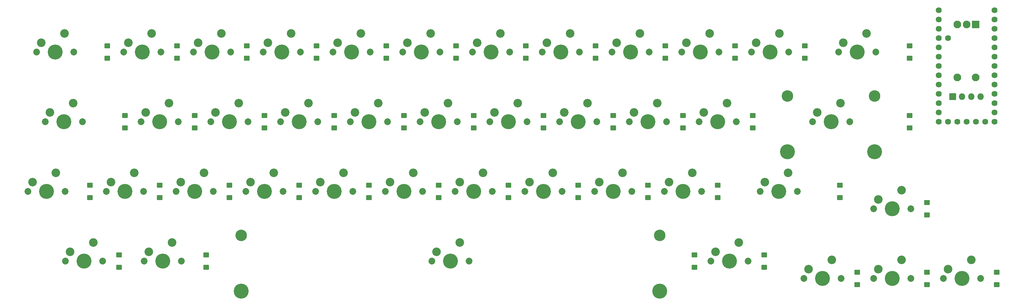
<source format=gbs>
%TF.GenerationSoftware,KiCad,Pcbnew,(6.0.10)*%
%TF.CreationDate,2023-02-19T17:52:48+11:00*%
%TF.ProjectId,whykb,7768796b-622e-46b6-9963-61645f706362,REV1*%
%TF.SameCoordinates,Original*%
%TF.FileFunction,Soldermask,Bot*%
%TF.FilePolarity,Negative*%
%FSLAX46Y46*%
G04 Gerber Fmt 4.6, Leading zero omitted, Abs format (unit mm)*
G04 Created by KiCad (PCBNEW (6.0.10)) date 2023-02-19 17:52:48*
%MOMM*%
%LPD*%
G01*
G04 APERTURE LIST*
G04 Aperture macros list*
%AMRoundRect*
0 Rectangle with rounded corners*
0 $1 Rounding radius*
0 $2 $3 $4 $5 $6 $7 $8 $9 X,Y pos of 4 corners*
0 Add a 4 corners polygon primitive as box body*
4,1,4,$2,$3,$4,$5,$6,$7,$8,$9,$2,$3,0*
0 Add four circle primitives for the rounded corners*
1,1,$1+$1,$2,$3*
1,1,$1+$1,$4,$5*
1,1,$1+$1,$6,$7*
1,1,$1+$1,$8,$9*
0 Add four rect primitives between the rounded corners*
20,1,$1+$1,$2,$3,$4,$5,0*
20,1,$1+$1,$4,$5,$6,$7,0*
20,1,$1+$1,$6,$7,$8,$9,0*
20,1,$1+$1,$8,$9,$2,$3,0*%
G04 Aperture macros list end*
%ADD10C,2.351600*%
%ADD11C,1.851600*%
%ADD12C,3.149600*%
%ADD13C,4.089400*%
%ADD14RoundRect,0.050800X-1.000000X1.000000X-1.000000X-1.000000X1.000000X-1.000000X1.000000X1.000000X0*%
%ADD15C,2.101600*%
%ADD16RoundRect,0.050800X0.850000X-0.850000X0.850000X0.850000X-0.850000X0.850000X-0.850000X-0.850000X0*%
%ADD17O,1.801600X1.801600*%
%ADD18RoundRect,0.050800X0.700000X-0.600000X0.700000X0.600000X-0.700000X0.600000X-0.700000X-0.600000X0*%
%ADD19C,1.625600*%
G04 APERTURE END LIST*
D10*
%TO.C,K40*%
X202565000Y-171595000D03*
X196215000Y-174135000D03*
D11*
X194945000Y-176675000D03*
D12*
X257175000Y-169690000D03*
D11*
X205105000Y-176675000D03*
D13*
X200025000Y-176675000D03*
D12*
X142875000Y-169690000D03*
D13*
X257175000Y-184930000D03*
X142875000Y-184930000D03*
%TD*%
D11*
%TO.C,K30*%
X182245000Y-157625000D03*
D13*
X187325000Y-157625000D03*
D11*
X192405000Y-157625000D03*
D10*
X183515000Y-155085000D03*
X189865000Y-152545000D03*
%TD*%
D11*
%TO.C,K22*%
X125730000Y-138575000D03*
D13*
X120650000Y-138575000D03*
D11*
X115570000Y-138575000D03*
D10*
X116840000Y-136035000D03*
X123190000Y-133495000D03*
%TD*%
D11*
%TO.C,K37*%
X315595000Y-181437500D03*
X325755000Y-181437500D03*
D13*
X320675000Y-181437500D03*
D10*
X316865000Y-178897500D03*
X323215000Y-176357500D03*
%TD*%
D13*
%TO.C,K17*%
X215900000Y-138575000D03*
D11*
X220980000Y-138575000D03*
X210820000Y-138575000D03*
D10*
X212090000Y-136035000D03*
X218440000Y-133495000D03*
%TD*%
D13*
%TO.C,K1*%
X311150000Y-119525000D03*
D11*
X316230000Y-119525000D03*
X306070000Y-119525000D03*
D10*
X307340000Y-116985000D03*
X313690000Y-114445000D03*
%TD*%
D13*
%TO.C,K8*%
X173037500Y-119525000D03*
D11*
X167957500Y-119525000D03*
X178117500Y-119525000D03*
D10*
X169227500Y-116985000D03*
X175577500Y-114445000D03*
%TD*%
D11*
%TO.C,K41*%
X126523750Y-176675000D03*
X116363750Y-176675000D03*
D13*
X121443750Y-176675000D03*
D10*
X117633750Y-174135000D03*
X123983750Y-171595000D03*
%TD*%
D13*
%TO.C,K13*%
X304006250Y-138575000D03*
D12*
X315912500Y-131590000D03*
D11*
X298926250Y-138575000D03*
D13*
X292100000Y-146830000D03*
D12*
X292100000Y-131590000D03*
D13*
X315912500Y-146830000D03*
D11*
X309086250Y-138575000D03*
D10*
X300196250Y-136035000D03*
X306546250Y-133495000D03*
%TD*%
D13*
%TO.C,K16*%
X234950000Y-138575000D03*
D11*
X229870000Y-138575000D03*
X240030000Y-138575000D03*
D10*
X231140000Y-136035000D03*
X237490000Y-133495000D03*
%TD*%
D11*
%TO.C,K19*%
X172720000Y-138575000D03*
X182880000Y-138575000D03*
D13*
X177800000Y-138575000D03*
D10*
X173990000Y-136035000D03*
X180340000Y-133495000D03*
%TD*%
D13*
%TO.C,K9*%
X153987500Y-119525000D03*
D11*
X148907500Y-119525000D03*
X159067500Y-119525000D03*
D10*
X150177500Y-116985000D03*
X156527500Y-114445000D03*
%TD*%
D11*
%TO.C,K4*%
X244157500Y-119525000D03*
X254317500Y-119525000D03*
D13*
X249237500Y-119525000D03*
D10*
X245427500Y-116985000D03*
X251777500Y-114445000D03*
%TD*%
D11*
%TO.C,K5*%
X225107500Y-119525000D03*
X235267500Y-119525000D03*
D13*
X230187500Y-119525000D03*
D10*
X226377500Y-116985000D03*
X232727500Y-114445000D03*
%TD*%
D13*
%TO.C,K26*%
X263525000Y-157625000D03*
D11*
X268605000Y-157625000D03*
X258445000Y-157625000D03*
D10*
X259715000Y-155085000D03*
X266065000Y-152545000D03*
%TD*%
D13*
%TO.C,K23*%
X94456250Y-138575000D03*
D11*
X89376250Y-138575000D03*
X99536250Y-138575000D03*
D10*
X90646250Y-136035000D03*
X96996250Y-133495000D03*
%TD*%
D11*
%TO.C,K36*%
X344805000Y-181437500D03*
D13*
X339725000Y-181437500D03*
D11*
X334645000Y-181437500D03*
D10*
X335915000Y-178897500D03*
X342265000Y-176357500D03*
%TD*%
D11*
%TO.C,K35*%
X94773750Y-157625000D03*
D13*
X89693750Y-157625000D03*
D11*
X84613750Y-157625000D03*
D10*
X85883750Y-155085000D03*
X92233750Y-152545000D03*
%TD*%
D11*
%TO.C,K31*%
X163195000Y-157625000D03*
D13*
X168275000Y-157625000D03*
D11*
X173355000Y-157625000D03*
D10*
X164465000Y-155085000D03*
X170815000Y-152545000D03*
%TD*%
D11*
%TO.C,K25*%
X284638750Y-157625000D03*
X294798750Y-157625000D03*
D13*
X289718750Y-157625000D03*
D10*
X285908750Y-155085000D03*
X292258750Y-152545000D03*
%TD*%
D11*
%TO.C,K7*%
X197167500Y-119525000D03*
X187007500Y-119525000D03*
D13*
X192087500Y-119525000D03*
D10*
X188277500Y-116985000D03*
X194627500Y-114445000D03*
%TD*%
D13*
%TO.C,K2*%
X287337500Y-119525000D03*
D11*
X292417500Y-119525000D03*
X282257500Y-119525000D03*
D10*
X283527500Y-116985000D03*
X289877500Y-114445000D03*
%TD*%
D13*
%TO.C,K38*%
X301625000Y-181437500D03*
D11*
X296545000Y-181437500D03*
X306705000Y-181437500D03*
D10*
X297815000Y-178897500D03*
X304165000Y-176357500D03*
%TD*%
D11*
%TO.C,K14*%
X267970000Y-138575000D03*
X278130000Y-138575000D03*
D13*
X273050000Y-138575000D03*
D10*
X269240000Y-136035000D03*
X275590000Y-133495000D03*
%TD*%
D13*
%TO.C,K28*%
X225425000Y-157625000D03*
D11*
X230505000Y-157625000D03*
X220345000Y-157625000D03*
D10*
X221615000Y-155085000D03*
X227965000Y-152545000D03*
%TD*%
D11*
%TO.C,K3*%
X273367500Y-119525000D03*
D13*
X268287500Y-119525000D03*
D11*
X263207500Y-119525000D03*
D10*
X264477500Y-116985000D03*
X270827500Y-114445000D03*
%TD*%
D11*
%TO.C,K33*%
X135255000Y-157625000D03*
X125095000Y-157625000D03*
D13*
X130175000Y-157625000D03*
D10*
X126365000Y-155085000D03*
X132715000Y-152545000D03*
%TD*%
D11*
%TO.C,K42*%
X94932500Y-176675000D03*
D13*
X100012500Y-176675000D03*
D11*
X105092500Y-176675000D03*
D10*
X96202500Y-174135000D03*
X102552500Y-171595000D03*
%TD*%
D13*
%TO.C,K32*%
X149225000Y-157625000D03*
D11*
X144145000Y-157625000D03*
X154305000Y-157625000D03*
D10*
X145415000Y-155085000D03*
X151765000Y-152545000D03*
%TD*%
D11*
%TO.C,K20*%
X153670000Y-138575000D03*
D13*
X158750000Y-138575000D03*
D11*
X163830000Y-138575000D03*
D10*
X154940000Y-136035000D03*
X161290000Y-133495000D03*
%TD*%
D11*
%TO.C,K21*%
X144780000Y-138575000D03*
D13*
X139700000Y-138575000D03*
D11*
X134620000Y-138575000D03*
D10*
X135890000Y-136035000D03*
X142240000Y-133495000D03*
%TD*%
D11*
%TO.C,K24*%
X315595000Y-162387500D03*
D13*
X320675000Y-162387500D03*
D11*
X325755000Y-162387500D03*
D10*
X316865000Y-159847500D03*
X323215000Y-157307500D03*
%TD*%
D11*
%TO.C,K11*%
X110807500Y-119525000D03*
D13*
X115887500Y-119525000D03*
D11*
X120967500Y-119525000D03*
D10*
X112077500Y-116985000D03*
X118427500Y-114445000D03*
%TD*%
D11*
%TO.C,K18*%
X201930000Y-138575000D03*
X191770000Y-138575000D03*
D13*
X196850000Y-138575000D03*
D10*
X193040000Y-136035000D03*
X199390000Y-133495000D03*
%TD*%
D11*
%TO.C,K34*%
X106045000Y-157625000D03*
X116205000Y-157625000D03*
D13*
X111125000Y-157625000D03*
D10*
X107315000Y-155085000D03*
X113665000Y-152545000D03*
%TD*%
D11*
%TO.C,K29*%
X201295000Y-157625000D03*
X211455000Y-157625000D03*
D13*
X206375000Y-157625000D03*
D10*
X202565000Y-155085000D03*
X208915000Y-152545000D03*
%TD*%
D13*
%TO.C,K6*%
X211137500Y-119525000D03*
D11*
X206057500Y-119525000D03*
X216217500Y-119525000D03*
D10*
X207327500Y-116985000D03*
X213677500Y-114445000D03*
%TD*%
D11*
%TO.C,K10*%
X129857500Y-119525000D03*
X140017500Y-119525000D03*
D13*
X134937500Y-119525000D03*
D10*
X131127500Y-116985000D03*
X137477500Y-114445000D03*
%TD*%
D11*
%TO.C,K12*%
X86995000Y-119525000D03*
X97155000Y-119525000D03*
D13*
X92075000Y-119525000D03*
D10*
X88265000Y-116985000D03*
X94615000Y-114445000D03*
%TD*%
D14*
%TO.C,SW2*%
X343495000Y-112025000D03*
D15*
X338495000Y-112025000D03*
X340995000Y-112025000D03*
X338495000Y-126525000D03*
X343495000Y-126525000D03*
%TD*%
D13*
%TO.C,K15*%
X254000000Y-138575000D03*
D11*
X248920000Y-138575000D03*
X259080000Y-138575000D03*
D10*
X250190000Y-136035000D03*
X256540000Y-133495000D03*
%TD*%
D11*
%TO.C,K39*%
X281305000Y-176675000D03*
X271145000Y-176675000D03*
D13*
X276225000Y-176675000D03*
D10*
X272415000Y-174135000D03*
X278765000Y-171595000D03*
%TD*%
D16*
%TO.C,U2*%
X337173000Y-131737000D03*
D17*
X339713000Y-131737000D03*
X342253000Y-131737000D03*
X344793000Y-131737000D03*
%TD*%
D13*
%TO.C,K27*%
X244475000Y-157625000D03*
D11*
X239395000Y-157625000D03*
X249555000Y-157625000D03*
D10*
X240665000Y-155085000D03*
X247015000Y-152545000D03*
%TD*%
D18*
%TO.C,D11*%
X125412500Y-121225000D03*
X125412500Y-117825000D03*
%TD*%
%TO.C,D15*%
X263525000Y-140275000D03*
X263525000Y-136875000D03*
%TD*%
%TO.C,D14*%
X282575000Y-140275000D03*
X282575000Y-136875000D03*
%TD*%
%TO.C,D8*%
X182562500Y-121225000D03*
X182562500Y-117825000D03*
%TD*%
%TO.C,D7*%
X201612500Y-121225000D03*
X201612500Y-117825000D03*
%TD*%
%TO.C,D30*%
X196850000Y-159325000D03*
X196850000Y-155925000D03*
%TD*%
%TO.C,D29*%
X215900000Y-159325000D03*
X215900000Y-155925000D03*
%TD*%
%TO.C,D18*%
X206375000Y-140275000D03*
X206375000Y-136875000D03*
%TD*%
%TO.C,D42*%
X109537500Y-178375000D03*
X109537500Y-174975000D03*
%TD*%
%TO.C,D33*%
X139700000Y-159325000D03*
X139700000Y-155925000D03*
%TD*%
%TO.C,D35*%
X101600000Y-159325000D03*
X101600000Y-155925000D03*
%TD*%
%TO.C,D22*%
X130175000Y-140275000D03*
X130175000Y-136875000D03*
%TD*%
%TO.C,D40*%
X266700000Y-178375000D03*
X266700000Y-174975000D03*
%TD*%
%TO.C,D23*%
X111125000Y-140275000D03*
X111125000Y-136875000D03*
%TD*%
%TO.C,D28*%
X234950000Y-159325000D03*
X234950000Y-155925000D03*
%TD*%
%TO.C,D26*%
X273050000Y-159325000D03*
X273050000Y-155925000D03*
%TD*%
%TO.C,D13*%
X325437500Y-140275000D03*
X325437500Y-136875000D03*
%TD*%
%TO.C,D6*%
X220662500Y-121225000D03*
X220662500Y-117825000D03*
%TD*%
%TO.C,D37*%
X330200000Y-183137500D03*
X330200000Y-179737500D03*
%TD*%
%TO.C,D31*%
X177800000Y-159325000D03*
X177800000Y-155925000D03*
%TD*%
%TO.C,D34*%
X120650000Y-159325000D03*
X120650000Y-155925000D03*
%TD*%
%TO.C,D5*%
X239712500Y-121225000D03*
X239712500Y-117825000D03*
%TD*%
%TO.C,D20*%
X168275000Y-140275000D03*
X168275000Y-136875000D03*
%TD*%
%TO.C,D27*%
X254000000Y-159325000D03*
X254000000Y-155925000D03*
%TD*%
D19*
%TO.C,U1*%
X348615000Y-108095000D03*
X348615000Y-110635000D03*
X348615000Y-113175000D03*
X348615000Y-115715000D03*
X348615000Y-118255000D03*
X348615000Y-120795000D03*
X348615000Y-123335000D03*
X348615000Y-125875000D03*
X348615000Y-128415000D03*
X348615000Y-130955000D03*
X348615000Y-133495000D03*
X348615000Y-136035000D03*
X348615000Y-138575000D03*
X346075000Y-138575000D03*
X343535000Y-138575000D03*
X340995000Y-138575000D03*
X338455000Y-138575000D03*
X335915000Y-138575000D03*
X333375000Y-138575000D03*
X333375000Y-136035000D03*
X333375000Y-133495000D03*
X333375000Y-130955000D03*
X333375000Y-128415000D03*
X333375000Y-125875000D03*
X333375000Y-123335000D03*
X333375000Y-120795000D03*
X333375000Y-118255000D03*
X335915000Y-115715000D03*
X333375000Y-115715000D03*
X333375000Y-113175000D03*
X333375000Y-110635000D03*
X333375000Y-108095000D03*
%TD*%
D18*
%TO.C,D3*%
X277812500Y-121225000D03*
X277812500Y-117825000D03*
%TD*%
%TO.C,D16*%
X244475000Y-140275000D03*
X244475000Y-136875000D03*
%TD*%
%TO.C,D4*%
X258762500Y-121225000D03*
X258762500Y-117825000D03*
%TD*%
%TO.C,D36*%
X349250000Y-183137500D03*
X349250000Y-179737500D03*
%TD*%
%TO.C,D38*%
X311150000Y-183137500D03*
X311150000Y-179737500D03*
%TD*%
%TO.C,D25*%
X306387500Y-159325000D03*
X306387500Y-155925000D03*
%TD*%
%TO.C,D1*%
X325437500Y-121225000D03*
X325437500Y-117825000D03*
%TD*%
%TO.C,D2*%
X296862500Y-121225000D03*
X296862500Y-117825000D03*
%TD*%
%TO.C,D21*%
X149225000Y-140275000D03*
X149225000Y-136875000D03*
%TD*%
%TO.C,D24*%
X330200000Y-164087500D03*
X330200000Y-160687500D03*
%TD*%
%TO.C,D9*%
X163512500Y-121225000D03*
X163512500Y-117825000D03*
%TD*%
%TO.C,D41*%
X133350000Y-178375000D03*
X133350000Y-174975000D03*
%TD*%
%TO.C,D32*%
X158750000Y-159325000D03*
X158750000Y-155925000D03*
%TD*%
%TO.C,D19*%
X187325000Y-140275000D03*
X187325000Y-136875000D03*
%TD*%
%TO.C,D39*%
X285750000Y-178375000D03*
X285750000Y-174975000D03*
%TD*%
%TO.C,D12*%
X106362500Y-121225000D03*
X106362500Y-117825000D03*
%TD*%
%TO.C,D17*%
X225425000Y-140275000D03*
X225425000Y-136875000D03*
%TD*%
%TO.C,D10*%
X144462500Y-121225000D03*
X144462500Y-117825000D03*
%TD*%
M02*

</source>
